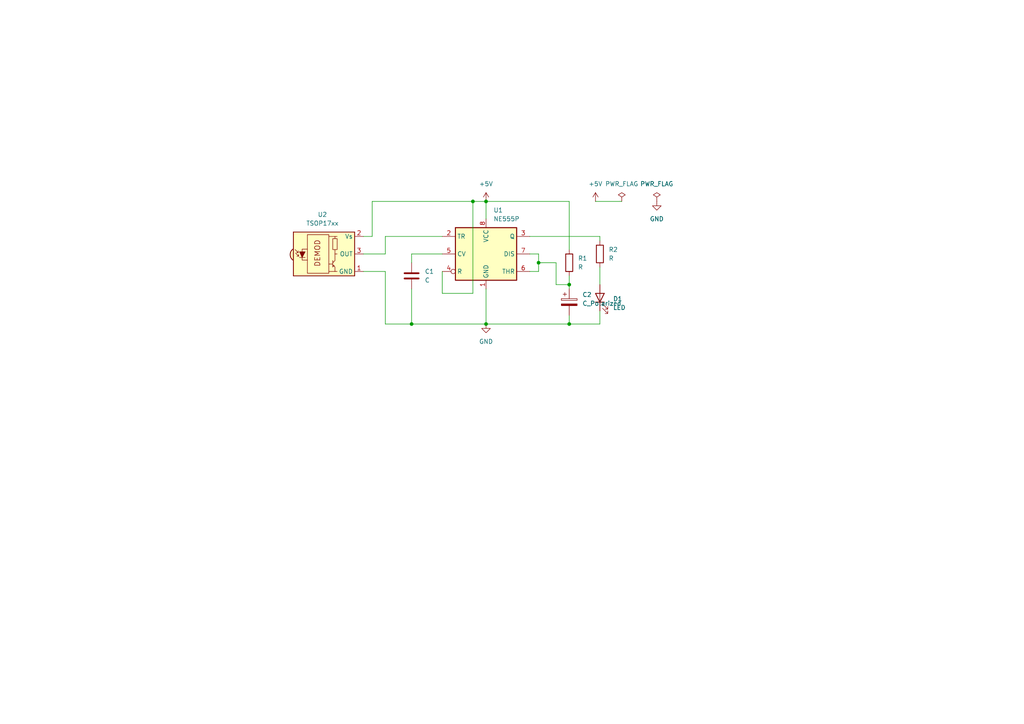
<source format=kicad_sch>
(kicad_sch (version 20250114) (generator "eeschema") (generator_version "9.0")
  (paper "A4")
  (lib_symbols
    (symbol "Device:C" (pin_numbers (hide yes)) (pin_names (offset 0.254))
      (property "Reference" "C" (at 0.635 2.54 0))
      (property "Value" "C" (at 0.635 -2.54 0))
      (symbol "C_0_1"
        (polyline (pts (xy -2.032 0.762) (xy 2.032 0.762)) (stroke (width 0.508)))
        (polyline (pts (xy -2.032 -0.762) (xy 2.032 -0.762)) (stroke (width 0.508)))
      )
      (symbol "C_1_1"
        (pin passive line (at 0 3.81 270) (length 2.794) (name "~") (number "1"))
        (pin passive line (at 0 -3.81 90) (length 2.794) (name "~") (number "2"))
      )
    )
    (symbol "Device:C_Polarized" (pin_numbers (hide yes)) (pin_names (offset 0.254))
      (property "Reference" "C" (at 0.635 2.54 0))
      (property "Value" "C_Polarized" (at 0.635 -2.54 0))
      (symbol "C_Polarized_0_1"
        (rectangle (start -2.286 0.508) (end 2.286 1.016))
        (polyline (pts (xy -1.778 2.286) (xy -0.762 2.286)))
        (polyline (pts (xy -1.27 2.794) (xy -1.27 1.778)))
        (rectangle (start 2.286 -0.508) (end -2.286 -1.016) (fill (type outline)))
      )
      (symbol "C_Polarized_1_1"
        (pin passive line (at 0 3.81 270) (length 2.794) (name "~") (number "1"))
        (pin passive line (at 0 -3.81 90) (length 2.794) (name "~") (number "2"))
      )
    )
    (symbol "Device:LED" (pin_numbers (hide yes)) (pin_names (offset 1.016) (hide yes))
      (property "Reference" "D" (at 0 2.54 0))
      (property "Value" "LED" (at 0 -2.54 0))
      (symbol "LED_0_1"
        (polyline (pts (xy -3.048 -0.762) (xy -4.572 -2.286) (xy -3.81 -2.286) (xy -4.572 -2.286) (xy -4.572 -1.524)))
        (polyline (pts (xy -1.778 -0.762) (xy -3.302 -2.286) (xy -2.54 -2.286) (xy -3.302 -2.286) (xy -3.302 -1.524)))
        (polyline (pts (xy -1.27 0) (xy 1.27 0)))
        (polyline (pts (xy -1.27 -1.27) (xy -1.27 1.27)) (stroke (width 0.254)))
        (polyline (pts (xy 1.27 -1.27) (xy 1.27 1.27) (xy -1.27 0) (xy 1.27 -1.27)) (stroke (width 0.254)))
      )
      (symbol "LED_1_1"
        (pin passive line (at -3.81 0 0) (length 2.54) (name "K") (number "1"))
        (pin passive line (at 3.81 0 180) (length 2.54) (name "A") (number "2"))
      )
    )
    (symbol "Device:R" (pin_numbers (hide yes)) (pin_names (offset 0))
      (property "Reference" "R" (at 2.032 0 90))
      (property "Value" "R" (at 0 0 90))
      (symbol "R_0_1"
        (rectangle (start -1.016 -2.54) (end 1.016 2.54) (stroke (width 0.254)))
      )
      (symbol "R_1_1"
        (pin passive line (at 0 3.81 270) (length 1.27) (name "~") (number "1"))
        (pin passive line (at 0 -3.81 90) (length 1.27) (name "~") (number "2"))
      )
    )
    (symbol "Interface_Optical:TSOP17xx"
      (property "Reference" "U" (at -10.16 7.62 0))
      (property "Value" "TSOP17xx" (at -10.16 -7.62 0))
      (symbol "TSOP17xx_0_0"
        (arc (start -10.287 -1.778) (mid -11.0899 -0.1905) (end -10.287 1.397) (stroke (width 0.254)) (fill (type background)))
        (polyline (pts (xy 1.905 5.08) (xy 0.127 5.08)))
        (polyline (pts (xy 1.905 -5.08) (xy 0.127 -5.08)))
        (text "DEMOD" (at -3.175 0.254 900) (effects (font (size 1.524 1.524))))
      )
      (symbol "TSOP17xx_0_1"
        (polyline (pts (xy -8.763 0.381) (xy -9.652 1.27)))
        (polyline (pts (xy -8.763 0.381) (xy -9.271 0.381)))
        (polyline (pts (xy -8.763 0.381) (xy -8.763 0.889)))
        (polyline (pts (xy -8.636 -0.635) (xy -9.525 0.254)))
        (polyline (pts (xy -8.636 -0.635) (xy -9.144 -0.635)))
        (polyline (pts (xy -8.636 -0.635) (xy -8.636 -0.127)))
        (polyline (pts (xy -8.382 0.635) (xy -6.731 0.635) (xy -7.62 -1.016) (xy -8.382 0.635)) (fill (type outline)))
        (polyline (pts (xy -8.382 -1.016) (xy -6.731 -1.016)))
        (rectangle (start -6.096 5.588) (end 0.127 -5.588))
        (polyline (pts (xy -6.096 1.397) (xy -7.62 1.397) (xy -7.62 -1.778) (xy -6.096 -1.778)))
        (polyline (pts (xy 1.27 -1.905) (xy 1.27 -3.81)))
        (polyline (pts (xy 1.27 -2.54) (xy 1.905 -1.905) (xy 1.905 0) (xy 2.54 0)))
        (polyline (pts (xy 1.27 -2.921) (xy 0.127 -2.921)))
        (polyline (pts (xy 1.27 -3.175) (xy 1.905 -3.81) (xy 1.905 -5.08) (xy 2.54 -5.08)))
        (polyline (pts (xy 1.397 -3.556) (xy 1.524 -3.556)))
        (polyline (pts (xy 1.651 -3.556) (xy 1.524 -3.556)))
        (polyline (pts (xy 1.651 -3.556) (xy 1.651 -3.302)))
        (polyline (pts (xy 1.905 4.445) (xy 1.905 5.08) (xy 2.54 5.08)))
        (polyline (pts (xy 1.905 0) (xy 1.905 1.27)))
        (rectangle (start 2.54 1.27) (end 1.27 4.445))
        (rectangle (start 7.62 6.35) (end -10.16 -6.35) (stroke (width 0.254)) (fill (type background)))
      )
      (symbol "TSOP17xx_1_1"
        (pin power_in line (at 10.16 5.08 180) (length 2.54) (name "Vs") (number "2"))
        (pin output line (at 10.16 0 180) (length 2.54) (name "OUT") (number "3"))
        (pin power_in line (at 10.16 -5.08 180) (length 2.54) (name "GND") (number "1"))
      )
    )
    (symbol "Timer:NE555P"
      (property "Reference" "U" (at -10.16 8.89 0))
      (property "Value" "NE555P" (at 2.54 8.89 0))
      (symbol "NE555P_0_0"
        (pin power_in line (at 0 10.16 270) (length 2.54) (name "VCC") (number "8"))
        (pin power_in line (at 0 -10.16 90) (length 2.54) (name "GND") (number "1"))
      )
      (symbol "NE555P_0_1"
        (rectangle (start -8.89 -7.62) (end 8.89 7.62) (stroke (width 0.254)) (fill (type background)))
        (rectangle (start -8.89 -7.62) (end 8.89 7.62) (stroke (width 0.254)) (fill (type background)))
      )
      (symbol "NE555P_1_1"
        (pin input line (at -12.7 5.08 0) (length 3.81) (name "TR") (number "2"))
        (pin input line (at -12.7 0 0) (length 3.81) (name "CV") (number "5"))
        (pin input inverted (at -12.7 -5.08 0) (length 3.81) (name "R") (number "4"))
        (pin output line (at 12.7 5.08 180) (length 3.81) (name "Q") (number "3"))
        (pin input line (at 12.7 0 180) (length 3.81) (name "DIS") (number "7"))
        (pin input line (at 12.7 -5.08 180) (length 3.81) (name "THR") (number "6"))
      )
    )
    (symbol "power:+5V" (power) (pin_numbers (hide yes)) (pin_names (offset 0) (hide yes))
      (property "Value" "+5V" (at 0 3.556 0))
      (symbol "+5V_0_1"
        (polyline (pts (xy -0.762 1.27) (xy 0 2.54)))
        (polyline (pts (xy 0 2.54) (xy 0.762 1.27)))
        (polyline (pts (xy 0 0) (xy 0 2.54)))
      )
      (symbol "+5V_1_1"
        (pin power_in line (at 0 0 90) (length 0) (name "~") (number "1"))
      )
    )
    (symbol "power:GND" (power) (pin_numbers (hide yes)) (pin_names (offset 0) (hide yes))
      (property "Value" "GND" (at 0 -3.81 0))
      (symbol "GND_0_1"
        (polyline (pts (xy 0 0) (xy 0 -1.27) (xy 1.27 -1.27) (xy 0 -2.54) (xy -1.27 -1.27) (xy 0 -1.27)))
      )
      (symbol "GND_1_1"
        (pin power_in line (at 0 0 270) (length 0) (name "~") (number "1"))
      )
    )
    (symbol "power:PWR_FLAG" (power) (pin_numbers (hide yes)) (pin_names (offset 0) (hide yes))
      (property "Value" "PWR_FLAG" (at 0 3.81 0))
      (symbol "PWR_FLAG_0_0"
        (pin power_out line (at 0 0 90) (length 0) (name "~") (number "1"))
      )
      (symbol "PWR_FLAG_0_1"
        (polyline (pts (xy 0 0) (xy 0 1.27) (xy -1.016 1.905) (xy 0 2.54) (xy 1.016 1.905) (xy 0 1.27)))
      )
    )
  )
  (junction (at 140.97 58.42))
  (junction (at 165.1 82.55))
  (junction (at 119.38 93.98))
  (junction (at 156.21 76.2))
  (junction (at 140.97 93.98))
  (junction (at 137.16 58.42))
  (junction (at 165.1 93.98))
  (wire (pts (xy 105.41 78.74) (xy 111.76 78.74)))
  (wire (pts (xy 107.95 68.58) (xy 107.95 58.42)))
  (wire (pts (xy 111.76 73.66) (xy 111.76 68.58)))
  (wire (pts (xy 156.21 76.2) (xy 161.29 76.2)))
  (wire (pts (xy 119.38 93.98) (xy 140.97 93.98)))
  (wire (pts (xy 119.38 83.82) (xy 119.38 93.98)))
  (wire (pts (xy 128.27 85.09) (xy 137.16 85.09)))
  (wire (pts (xy 156.21 76.2) (xy 156.21 78.74)))
  (wire (pts (xy 128.27 78.74) (xy 128.27 85.09)))
  (wire (pts (xy 165.1 58.42) (xy 165.1 72.39)))
  (wire (pts (xy 165.1 91.44) (xy 165.1 93.98)))
  (wire (pts (xy 172.72 58.42) (xy 180.34 58.42)))
  (wire (pts (xy 105.41 73.66) (xy 111.76 73.66)))
  (wire (pts (xy 173.99 93.98) (xy 173.99 90.17)))
  (wire (pts (xy 105.41 68.58) (xy 107.95 68.58)))
  (wire (pts (xy 140.97 58.42) (xy 165.1 58.42)))
  (wire (pts (xy 111.76 68.58) (xy 128.27 68.58)))
  (wire (pts (xy 137.16 58.42) (xy 140.97 58.42)))
  (wire (pts (xy 153.67 73.66) (xy 156.21 73.66)))
  (wire (pts (xy 137.16 85.09) (xy 137.16 58.42)))
  (wire (pts (xy 165.1 82.55) (xy 165.1 83.82)))
  (wire (pts (xy 107.95 58.42) (xy 137.16 58.42)))
  (wire (pts (xy 140.97 93.98) (xy 165.1 93.98)))
  (wire (pts (xy 128.27 73.66) (xy 119.38 73.66)))
  (wire (pts (xy 173.99 77.47) (xy 173.99 82.55)))
  (wire (pts (xy 165.1 93.98) (xy 173.99 93.98)))
  (wire (pts (xy 161.29 82.55) (xy 165.1 82.55)))
  (wire (pts (xy 140.97 58.42) (xy 140.97 63.5)))
  (wire (pts (xy 173.99 68.58) (xy 173.99 69.85)))
  (wire (pts (xy 140.97 83.82) (xy 140.97 93.98)))
  (wire (pts (xy 111.76 78.74) (xy 111.76 93.98)))
  (wire (pts (xy 161.29 76.2) (xy 161.29 82.55)))
  (wire (pts (xy 111.76 93.98) (xy 119.38 93.98)))
  (wire (pts (xy 119.38 73.66) (xy 119.38 76.2)))
  (wire (pts (xy 153.67 68.58) (xy 173.99 68.58)))
  (wire (pts (xy 165.1 80.01) (xy 165.1 82.55)))
  (wire (pts (xy 156.21 78.74) (xy 153.67 78.74)))
  (wire (pts (xy 156.21 73.66) (xy 156.21 76.2)))
  (symbol (lib_id "Device:R") (at 165.1 76.2 0) (unit 1)
    (property "Reference" "R1" (at 167.64 74.9299 0) (effects (justify left)))
    (property "Value" "R" (at 167.64 77.4699 0) (effects (justify left)))
    (property "Footprint" "Resistor_THT:R_Axial_DIN0204_L3.6mm_D1.6mm_P5.08mm_Horizontal" (effects (hide yes)))
    (property "Description" "Resistor" (effects (hide yes)))
  )
  (symbol (lib_id "power:GND") (at 140.97 93.98 0) (unit 1)
    (property "Reference" "#PWR02" (effects (hide yes)))
    (property "Value" "GND" (at 140.97 99.06 0))
    (property "Description" "Power symbol creates a global label with name \"GND\" , ground" (effects (hide yes)))
  )
  (symbol (lib_id "power:GND") (at 190.5 58.42 0) (unit 1)
    (property "Reference" "#PWR03" (effects (hide yes)))
    (property "Value" "GND" (at 190.5 63.5 0))
    (property "Description" "Power symbol creates a global label with name \"GND\" , ground" (effects (hide yes)))
  )
  (symbol (lib_id "Interface_Optical:TSOP17xx") (at 95.25 73.66 0) (unit 1)
    (property "Reference" "U2" (at 93.515 62.23 0))
    (property "Value" "TSOP17xx" (at 93.515 64.77 0))
    (property "Footprint" "OptoDevice:Vishay_CAST-3Pin" (effects (hide yes)))
    (property "Datasheet" "http://www.micropik.com/PDF/tsop17xx.pdf" (effects (hide yes)))
    (property "Description" "Photo Modules for PCM Remote Control Systems" (effects (hide yes)))
  )
  (symbol (lib_id "Timer:NE555P") (at 140.97 73.66 0) (unit 1)
    (property "Reference" "U1" (at 143.1133 60.96 0) (effects (justify left)))
    (property "Value" "NE555P" (at 143.1133 63.5 0) (effects (justify left)))
    (property "Footprint" "Package_DIP:DIP-8_W7.62mm" (effects (hide yes)))
    (property "Datasheet" "http://www.ti.com/lit/ds/symlink/ne555.pdf" (effects (hide yes)))
    (property "Description" "Precision Timers, 555 compatible,  PDIP-8" (effects (hide yes)))
  )
  (symbol (lib_id "power:+5V") (at 172.72 58.42 0) (unit 1)
    (property "Reference" "#PWR04" (effects (hide yes)))
    (property "Value" "+5V" (at 172.72 53.34 0))
    (property "Description" "Power symbol creates a global label with name \"+5V\"" (effects (hide yes)))
  )
  (symbol (lib_id "Device:C_Polarized") (at 165.1 87.63 0) (unit 1)
    (property "Reference" "C2" (at 168.91 85.4709 0) (effects (justify left)))
    (property "Value" "C_Polarized" (at 168.91 88.0109 0) (effects (justify left)))
    (property "Footprint" "Capacitor_THT:C_Radial_D4.0mm_H7.0mm_P1.50mm" (effects (hide yes)))
    (property "Description" "Polarized capacitor" (effects (hide yes)))
  )
  (symbol (lib_id "Device:R") (at 173.99 73.66 0) (unit 1)
    (property "Reference" "R2" (at 176.53 72.3899 0) (effects (justify left)))
    (property "Value" "R" (at 176.53 74.9299 0) (effects (justify left)))
    (property "Footprint" "Resistor_THT:R_Axial_DIN0204_L3.6mm_D1.6mm_P5.08mm_Horizontal" (effects (hide yes)))
    (property "Description" "Resistor" (effects (hide yes)))
  )
  (symbol (lib_id "power:PWR_FLAG") (at 190.5 58.42 0) (unit 1)
    (property "Reference" "#FLG01" (effects (hide yes)))
    (property "Value" "PWR_FLAG" (at 190.5 53.34 0))
    (property "Description" "Special symbol for telling ERC where power comes from" (effects (hide yes)))
  )
  (symbol (lib_id "power:+5V") (at 140.97 58.42 0) (unit 1)
    (property "Reference" "#PWR01" (effects (hide yes)))
    (property "Value" "+5V" (at 140.97 53.34 0))
    (property "Description" "Power symbol creates a global label with name \"+5V\"" (effects (hide yes)))
  )
  (symbol (lib_id "Device:C") (at 119.38 80.01 0) (unit 1)
    (property "Reference" "C1" (at 123.19 78.7399 0) (effects (justify left)))
    (property "Value" "C" (at 123.19 81.2799 0) (effects (justify left)))
    (property "Footprint" "Capacitor_THT:C_Disc_D3.0mm_W1.6mm_P2.50mm" (effects (hide yes)))
    (property "Description" "Unpolarized capacitor" (effects (hide yes)))
  )
  (symbol (lib_id "power:PWR_FLAG") (at 180.34 58.42 0) (unit 1)
    (property "Reference" "#FLG02" (effects (hide yes)))
    (property "Value" "PWR_FLAG" (at 180.34 53.34 0))
    (property "Description" "Special symbol for telling ERC where power comes from" (effects (hide yes)))
  )
  (symbol (lib_id "Device:LED") (at 173.99 86.36 90) (unit 1)
    (property "Reference" "D1" (at 177.8 86.6774 90) (effects (justify right)))
    (property "Value" "LED" (at 177.8 89.2174 90) (effects (justify right)))
    (property "Footprint" "LED_THT:LED_D3.0mm" (effects (hide yes)))
    (property "Description" "Light emitting diode" (effects (hide yes)))
    (property "Sim.Pins" "1=K 2=A" (effects (hide yes)))
  )
)
</source>
